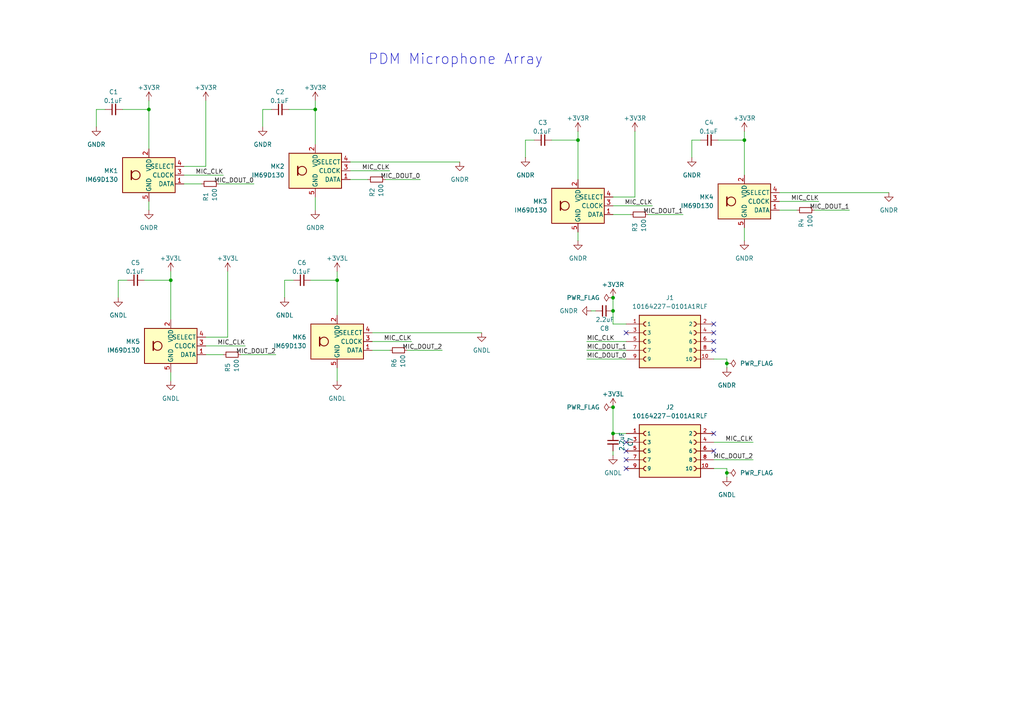
<source format=kicad_sch>
(kicad_sch (version 20250114) (generator "eeschema") (generator_version "9.0")
  (paper "A4")
  (lib_symbols
    (symbol "10164227-0101A1RLF:10164227-0101A1RLF" (pin_names (offset 1.016))
      (property "Reference" "J" (at -8.89 8.255 0))
      (property "Value" "10164227-0101A1RLF" (at -8.89 -10.16 0))
      (symbol "10164227-0101A1RLF_0_0"
        (rectangle (start -8.89 -7.62) (end 8.89 7.62) (stroke (width 0.254)) (fill (type background)))
        (arc (start -6.985 4.445) (mid -7.6172 5.08) (end -6.985 5.715) (stroke (width 0.254)))
        (arc (start -6.985 1.905) (mid -7.6172 2.54) (end -6.985 3.175) (stroke (width 0.254)))
        (arc (start -6.985 -0.635) (mid -7.6172 0) (end -6.985 0.635) (stroke (width 0.254)))
        (arc (start -6.985 -3.175) (mid -7.6172 -2.54) (end -6.985 -1.905) (stroke (width 0.254)))
        (arc (start -6.985 -5.715) (mid -7.6172 -5.08) (end -6.985 -4.445) (stroke (width 0.254)))
        (arc (start 6.985 5.715) (mid 7.617 5.08) (end 6.985 4.445) (stroke (width 0.254)))
        (arc (start 6.985 3.175) (mid 7.617 2.54) (end 6.985 1.905) (stroke (width 0.254)))
        (arc (start 6.985 0.635) (mid 7.617 0) (end 6.985 -0.635) (stroke (width 0.254)))
        (arc (start 6.985 -1.905) (mid 7.617 -2.54) (end 6.985 -3.175) (stroke (width 0.254)))
        (arc (start 6.985 -4.445) (mid 7.617 -5.08) (end 6.985 -5.715) (stroke (width 0.254)))
        (pin passive line (at -12.7 5.08 0) (length 5.08) (name "1") (number "1"))
        (pin passive line (at -12.7 2.54 0) (length 5.08) (name "3") (number "3"))
        (pin passive line (at -12.7 0 0) (length 5.08) (name "5") (number "5"))
        (pin passive line (at -12.7 -2.54 0) (length 5.08) (name "7") (number "7"))
        (pin passive line (at -12.7 -5.08 0) (length 5.08) (name "9") (number "9"))
        (pin passive line (at 12.7 5.08 180) (length 5.08) (name "2") (number "2"))
        (pin passive line (at 12.7 2.54 180) (length 5.08) (name "4") (number "4"))
        (pin passive line (at 12.7 0 180) (length 5.08) (name "6") (number "6"))
        (pin passive line (at 12.7 -2.54 180) (length 5.08) (name "8") (number "8"))
        (pin passive line (at 12.7 -5.08 180) (length 5.08) (name "10") (number "10"))
      )
    )
    (symbol "Device:C_Small" (pin_numbers (hide yes)) (pin_names (offset 0.254) (hide yes))
      (property "Reference" "C" (at 0.254 1.778 0))
      (property "Value" "C_Small" (at 0.254 -2.032 0))
      (symbol "C_Small_0_1"
        (polyline (pts (xy -1.524 0.508) (xy 1.524 0.508)) (stroke (width 0.3048)))
        (polyline (pts (xy -1.524 -0.508) (xy 1.524 -0.508)) (stroke (width 0.3302)))
      )
      (symbol "C_Small_1_1"
        (pin passive line (at 0 2.54 270) (length 2.032) (name "~") (number "1"))
        (pin passive line (at 0 -2.54 90) (length 2.032) (name "~") (number "2"))
      )
    )
    (symbol "Device:R_Small" (pin_numbers (hide yes)) (pin_names (offset 0.254) (hide yes))
      (property "Reference" "R" (at 0.762 0.508 0))
      (property "Value" "Device_R_Small" (at 0.762 -1.016 0))
      (symbol "R_Small_0_1"
        (rectangle (start -0.762 1.778) (end 0.762 -1.778) (stroke (width 0.2032)))
      )
      (symbol "R_Small_1_1"
        (pin passive line (at 0 2.54 270) (length 0.762) (name "~") (number "1"))
        (pin passive line (at 0 -2.54 90) (length 0.762) (name "~") (number "2"))
      )
    )
    (symbol "Sensor_Audio:IM69D130" (pin_names (offset 0.254))
      (property "Reference" "MK" (at -7.62 6.35 0))
      (property "Value" "IM69D130" (at 1.27 6.35 0))
      (symbol "IM69D130_0_1"
        (rectangle (start -7.62 5.08) (end 7.62 -5.08) (stroke (width 0.254)) (fill (type background)))
        (polyline (pts (xy -5.08 1.27) (xy -5.08 -1.27)) (stroke (width 0.381)))
        (circle (center -3.81 0) (radius 1.27) (stroke (width 0.254)))
      )
      (symbol "IM69D130_1_1"
        (pin power_in line (at 0 7.62 270) (length 2.54) (name "VDD") (number "2"))
        (pin power_in line (at 0 -7.62 90) (length 2.54) (name "GND") (number "5"))
        (pin input line (at 10.16 2.54 180) (length 2.54) (name "SELECT") (number "4"))
        (pin input line (at 10.16 0 180) (length 2.54) (name "CLOCK") (number "3"))
        (pin output line (at 10.16 -2.54 180) (length 2.54) (name "DATA") (number "1"))
      )
    )
    (symbol "power:+3V3" (power) (pin_numbers (hide yes)) (pin_names (offset 0) (hide yes))
      (property "Value" "+3V3" (at 0 3.556 0))
      (symbol "+3V3_0_1"
        (polyline (pts (xy -0.762 1.27) (xy 0 2.54)))
        (polyline (pts (xy 0 2.54) (xy 0.762 1.27)))
        (polyline (pts (xy 0 0) (xy 0 2.54)))
      )
      (symbol "+3V3_1_1"
        (pin power_in line (at 0 0 90) (length 0) (name "~") (number "1"))
      )
    )
    (symbol "power:GND" (power) (pin_numbers (hide yes)) (pin_names (offset 0) (hide yes))
      (property "Value" "GND" (at 0 -3.81 0))
      (symbol "GND_0_1"
        (polyline (pts (xy 0 0) (xy 0 -1.27) (xy 1.27 -1.27) (xy 0 -2.54) (xy -1.27 -1.27) (xy 0 -1.27)))
      )
      (symbol "GND_1_1"
        (pin power_in line (at 0 0 270) (length 0) (name "~") (number "1"))
      )
    )
    (symbol "power:PWR_FLAG" (power) (pin_numbers (hide yes)) (pin_names (offset 0) (hide yes))
      (property "Value" "PWR_FLAG" (at 0 3.81 0))
      (symbol "PWR_FLAG_0_0"
        (pin power_out line (at 0 0 90) (length 0) (name "~") (number "1"))
      )
      (symbol "PWR_FLAG_0_1"
        (polyline (pts (xy 0 0) (xy 0 1.27) (xy -1.016 1.905) (xy 0 2.54) (xy 1.016 1.905) (xy 0 1.27)))
      )
    )
  )
  (text "PDM Microphone Array" (at 106.68 19.05 0) (effects (font (size 2.9972 2.9972)) (justify left bottom)))
  (junction (at 177.8 90.17))
  (junction (at 210.82 137.16))
  (junction (at 49.53 81.28))
  (junction (at 97.79 81.28))
  (junction (at 177.8 86.36))
  (junction (at 215.9 40.64))
  (junction (at 167.64 40.64))
  (junction (at 210.82 105.41))
  (junction (at 177.8 118.11))
  (junction (at 177.8 125.73))
  (junction (at 43.18 31.75))
  (junction (at 91.44 31.75))
  (no_connect (at 207.01 125.73))
  (no_connect (at 207.01 130.81))
  (no_connect (at 207.01 99.06))
  (no_connect (at 181.61 135.89))
  (no_connect (at 181.61 128.27))
  (no_connect (at 181.61 96.52))
  (no_connect (at 207.01 96.52))
  (no_connect (at 181.61 133.35))
  (no_connect (at 207.01 101.6))
  (no_connect (at 207.01 93.98))
  (no_connect (at 181.61 130.81))
  (wire (pts (xy 236.22 60.96) (xy 246.38 60.96)))
  (wire (pts (xy 167.64 67.31) (xy 167.64 69.85)))
  (wire (pts (xy 53.34 48.26) (xy 59.69 48.26)))
  (wire (pts (xy 177.8 59.69) (xy 189.23 59.69)))
  (wire (pts (xy 43.18 31.75) (xy 43.18 29.21)))
  (wire (pts (xy 215.9 40.64) (xy 215.9 50.8)))
  (wire (pts (xy 27.94 31.75) (xy 30.48 31.75)))
  (wire (pts (xy 200.66 45.72) (xy 200.66 40.64)))
  (wire (pts (xy 63.5 53.34) (xy 73.66 53.34)))
  (wire (pts (xy 34.29 86.36) (xy 34.29 81.28)))
  (wire (pts (xy 82.55 86.36) (xy 82.55 81.28)))
  (wire (pts (xy 177.8 57.15) (xy 184.15 57.15)))
  (wire (pts (xy 101.6 49.53) (xy 113.03 49.53)))
  (wire (pts (xy 207.01 128.27) (xy 218.44 128.27)))
  (wire (pts (xy 170.18 101.6) (xy 181.61 101.6)))
  (wire (pts (xy 59.69 29.21) (xy 59.69 48.26)))
  (wire (pts (xy 43.18 58.42) (xy 43.18 60.96)))
  (wire (pts (xy 226.06 60.96) (xy 231.14 60.96)))
  (wire (pts (xy 43.18 31.75) (xy 43.18 43.18)))
  (wire (pts (xy 76.2 36.83) (xy 76.2 31.75)))
  (wire (pts (xy 59.69 102.87) (xy 64.77 102.87)))
  (wire (pts (xy 170.18 104.14) (xy 181.61 104.14)))
  (wire (pts (xy 171.45 90.17) (xy 172.72 90.17)))
  (wire (pts (xy 177.8 93.98) (xy 177.8 90.17)))
  (wire (pts (xy 66.04 78.74) (xy 66.04 97.79)))
  (wire (pts (xy 170.18 99.06) (xy 181.61 99.06)))
  (wire (pts (xy 97.79 81.28) (xy 97.79 78.74)))
  (wire (pts (xy 207.01 133.35) (xy 218.44 133.35)))
  (wire (pts (xy 208.28 40.64) (xy 215.9 40.64)))
  (wire (pts (xy 111.76 52.07) (xy 121.92 52.07)))
  (wire (pts (xy 53.34 53.34) (xy 58.42 53.34)))
  (wire (pts (xy 53.34 50.8) (xy 64.77 50.8)))
  (wire (pts (xy 83.82 31.75) (xy 91.44 31.75)))
  (wire (pts (xy 107.95 101.6) (xy 113.03 101.6)))
  (wire (pts (xy 167.64 40.64) (xy 167.64 38.1)))
  (wire (pts (xy 215.9 66.04) (xy 215.9 69.85)))
  (wire (pts (xy 91.44 31.75) (xy 91.44 41.91)))
  (wire (pts (xy 167.64 40.64) (xy 167.64 52.07)))
  (wire (pts (xy 187.96 62.23) (xy 198.12 62.23)))
  (wire (pts (xy 181.61 125.73) (xy 177.8 125.73)))
  (wire (pts (xy 101.6 52.07) (xy 106.68 52.07)))
  (wire (pts (xy 97.79 81.28) (xy 97.79 91.44)))
  (wire (pts (xy 91.44 57.15) (xy 91.44 60.96)))
  (wire (pts (xy 177.8 132.08) (xy 177.8 130.81)))
  (wire (pts (xy 226.06 55.88) (xy 257.81 55.88)))
  (wire (pts (xy 210.82 105.41) (xy 210.82 106.68)))
  (wire (pts (xy 181.61 93.98) (xy 177.8 93.98)))
  (wire (pts (xy 59.69 100.33) (xy 71.12 100.33)))
  (wire (pts (xy 200.66 40.64) (xy 203.2 40.64)))
  (wire (pts (xy 49.53 81.28) (xy 49.53 78.74)))
  (wire (pts (xy 49.53 107.95) (xy 49.53 110.49)))
  (wire (pts (xy 34.29 81.28) (xy 36.83 81.28)))
  (wire (pts (xy 177.8 62.23) (xy 182.88 62.23)))
  (wire (pts (xy 177.8 125.73) (xy 177.8 118.11)))
  (wire (pts (xy 207.01 135.89) (xy 210.82 135.89)))
  (wire (pts (xy 41.91 81.28) (xy 49.53 81.28)))
  (wire (pts (xy 160.02 40.64) (xy 167.64 40.64)))
  (wire (pts (xy 118.11 101.6) (xy 128.27 101.6)))
  (wire (pts (xy 101.6 46.99) (xy 133.35 46.99)))
  (wire (pts (xy 90.17 81.28) (xy 97.79 81.28)))
  (wire (pts (xy 152.4 45.72) (xy 152.4 40.64)))
  (wire (pts (xy 49.53 81.28) (xy 49.53 92.71)))
  (wire (pts (xy 210.82 137.16) (xy 210.82 138.43)))
  (wire (pts (xy 97.79 106.68) (xy 97.79 110.49)))
  (wire (pts (xy 107.95 99.06) (xy 119.38 99.06)))
  (wire (pts (xy 69.85 102.87) (xy 80.01 102.87)))
  (wire (pts (xy 27.94 36.83) (xy 27.94 31.75)))
  (wire (pts (xy 91.44 31.75) (xy 91.44 29.21)))
  (wire (pts (xy 177.8 90.17) (xy 177.8 86.36)))
  (wire (pts (xy 35.56 31.75) (xy 43.18 31.75)))
  (wire (pts (xy 226.06 58.42) (xy 237.49 58.42)))
  (wire (pts (xy 59.69 97.79) (xy 66.04 97.79)))
  (wire (pts (xy 207.01 104.14) (xy 210.82 104.14)))
  (wire (pts (xy 152.4 40.64) (xy 154.94 40.64)))
  (wire (pts (xy 210.82 135.89) (xy 210.82 137.16)))
  (wire (pts (xy 76.2 31.75) (xy 78.74 31.75)))
  (wire (pts (xy 82.55 81.28) (xy 85.09 81.28)))
  (wire (pts (xy 210.82 104.14) (xy 210.82 105.41)))
  (wire (pts (xy 184.15 38.1) (xy 184.15 57.15)))
  (wire (pts (xy 215.9 40.64) (xy 215.9 38.1)))
  (wire (pts (xy 107.95 96.52) (xy 139.7 96.52)))
  (label "MIC_CLK" (at 71.12 100.33 180))
  (label "MIC_DOUT_2" (at 80.01 102.87 180))
  (label "MIC_DOUT_0" (at 73.66 53.34 180))
  (label "MIC_DOUT_1" (at 198.12 62.23 180))
  (label "MIC_DOUT_2" (at 218.44 133.35 180))
  (label "MIC_CLK" (at 189.23 59.69 180))
  (label "MIC_CLK" (at 119.38 99.06 180))
  (label "MIC_DOUT_0" (at 121.92 52.07 180))
  (label "MIC_DOUT_0" (at 170.18 104.14 0))
  (label "MIC_DOUT_1" (at 246.38 60.96 180))
  (label "MIC_DOUT_2" (at 128.27 101.6 180))
  (label "MIC_CLK" (at 64.77 50.8 180))
  (label "MIC_CLK" (at 218.44 128.27 180))
  (label "MIC_CLK" (at 170.18 99.06 0))
  (label "MIC_DOUT_1" (at 170.18 101.6 0))
  (label "MIC_CLK" (at 113.03 49.53 180))
  (label "MIC_CLK" (at 237.49 58.42 180))
  (symbol (lib_id "Device:C_Small") (at 205.74 40.64 90) (unit 1)
    (property "Reference" "C4" (at 207.01 35.56 90) (effects (justify left)))
    (property "Value" "0.1uF" (at 208.28 38.1 90) (effects (justify left)))
    (property "Footprint" "Capacitor_SMD:C_0402_1005Metric" (effects (hide yes)))
  )
  (symbol (lib_id "power:+3V3") (at 49.53 78.74 0) (unit 1)
    (property "Reference" "#PWR020" (effects (hide yes)))
    (property "Value" "+3V3L" (at 49.53 74.93 0))
  )
  (symbol (lib_id "power:GND") (at 167.64 69.85 0) (unit 1)
    (property "Reference" "#PWR011" (effects (hide yes)))
    (property "Value" "GNDR" (at 167.64 74.93 0))
    (property "Description" "Power symbol creates a global label with name \"GND\" , ground" (effects (hide yes)))
  )
  (symbol (lib_id "power:GND") (at 97.79 110.49 0) (unit 1)
    (property "Reference" "#PWR025" (effects (hide yes)))
    (property "Value" "GNDL" (at 97.79 115.57 0))
    (property "Description" "Power symbol creates a global label with name \"GND\" , ground" (effects (hide yes)))
  )
  (symbol (lib_id "power:GND") (at 200.66 45.72 0) (unit 1)
    (property "Reference" "#PWR013" (effects (hide yes)))
    (property "Value" "GNDR" (at 200.66 50.8 0))
    (property "Description" "Power symbol creates a global label with name \"GND\" , ground" (effects (hide yes)))
  )
  (symbol (lib_id "10164227-0101A1RLF:10164227-0101A1RLF") (at 194.31 130.81 0) (unit 1)
    (property "Reference" "J2" (at 194.31 118.11 0))
    (property "Value" "10164227-0101A1RLF" (at 194.31 120.65 0))
    (property "Footprint" "connector:AMPHENOL_10164227-0101A1RLF" (effects (hide yes)))
    (property "PARTREV" "C" (effects (hide yes)))
    (property "STANDARD" "Manufacturer Recommendations" (effects (hide yes)))
    (property "MAXIMUM_PACKAGE_HEIGHT" "1.65 mm" (effects (hide yes)))
    (property "MANUFACTURER" "Amphenol" (effects (hide yes)))
  )
  (symbol (lib_id "power:+3V3") (at 167.64 38.1 0) (unit 1)
    (property "Reference" "#PWR010" (effects (hide yes)))
    (property "Value" "+3V3R" (at 167.64 34.29 0))
  )
  (symbol (lib_id "power:GND") (at 210.82 106.68 0) (unit 1)
    (property "Reference" "#PWR018" (effects (hide yes)))
    (property "Value" "GNDR" (at 210.82 111.76 0))
    (property "Description" "Power symbol creates a global label with name \"GND\" , ground" (effects (hide yes)))
  )
  (symbol (lib_id "power:+3V3") (at 184.15 38.1 0) (unit 1)
    (property "Reference" "#PWR012" (effects (hide yes)))
    (property "Value" "+3V3R" (at 184.15 34.29 0))
  )
  (symbol (lib_id "power:PWR_FLAG") (at 210.82 105.41 270) (unit 1)
    (property "Reference" "#FLG02" (effects (hide yes)))
    (property "Value" "PWR_FLAG" (at 214.63 105.4099 90) (effects (justify left)))
    (property "Description" "Special symbol for telling ERC where power comes from" (effects (hide yes)))
  )
  (symbol (lib_id "power:GND") (at 49.53 110.49 0) (unit 1)
    (property "Reference" "#PWR021" (effects (hide yes)))
    (property "Value" "GNDL" (at 49.53 115.57 0))
    (property "Description" "Power symbol creates a global label with name \"GND\" , ground" (effects (hide yes)))
  )
  (symbol (lib_id "Device:R_Small") (at 185.42 62.23 90) (unit 1)
    (property "Reference" "R3" (at 184.15 67.31 0) (effects (justify left)))
    (property "Value" "100" (at 186.69 67.31 0) (effects (justify left)))
    (property "Footprint" "Resistor_SMD:R_0402_1005Metric" (effects (hide yes)))
  )
  (symbol (lib_id "power:+3V3") (at 91.44 29.21 0) (unit 1)
    (property "Reference" "#PWR06" (effects (hide yes)))
    (property "Value" "+3V3R" (at 91.44 25.4 0))
  )
  (symbol (lib_id "Sensor_Audio:IM69D130") (at 167.64 59.69 0) (unit 1)
    (property "Reference" "MK3" (at 158.75 58.4199 0) (effects (justify right)))
    (property "Value" "IM69D130" (at 158.75 60.9599 0) (effects (justify right)))
    (property "Footprint" "Sensor_Audio:Infineon_PG-LLGA-5-1" (effects (hide yes)))
    (property "Datasheet" "https://www.infineon.com/dgdl/Infineon-IM69D130-DS-v01_00-EN.pdf?fileId=5546d462602a9dc801607a0e46511a2e" (effects (hide yes)))
    (property "Description" "High performance digital XENSIV MEMS microphone, -36 dBFS Sensitivity, LLGA-5" (effects (hide yes)))
  )
  (symbol (lib_id "Device:C_Small") (at 177.8 128.27 0) (unit 1)
    (property "Reference" "C7" (at 182.88 129.54 90) (effects (justify left)))
    (property "Value" "2.2uF" (at 180.34 130.81 90) (effects (justify left)))
    (property "Footprint" "Capacitor_SMD:C_0402_1005Metric" (effects (hide yes)))
  )
  (symbol (lib_id "power:PWR_FLAG") (at 210.82 137.16 270) (unit 1)
    (property "Reference" "#FLG04" (effects (hide yes)))
    (property "Value" "PWR_FLAG" (at 214.63 137.1599 90) (effects (justify left)))
    (property "Description" "Special symbol for telling ERC where power comes from" (effects (hide yes)))
  )
  (symbol (lib_id "Device:R_Small") (at 60.96 53.34 90) (unit 1)
    (property "Reference" "R1" (at 59.69 58.42 0) (effects (justify left)))
    (property "Value" "100" (at 62.23 58.42 0) (effects (justify left)))
    (property "Footprint" "Resistor_SMD:R_0402_1005Metric" (effects (hide yes)))
  )
  (symbol (lib_id "power:GND") (at 177.8 132.08 0) (unit 1)
    (property "Reference" "#PWR029" (effects (hide yes)))
    (property "Value" "GNDL" (at 177.8 137.16 0))
    (property "Description" "Power symbol creates a global label with name \"GND\" , ground" (effects (hide yes)))
  )
  (symbol (lib_id "power:+3V3") (at 97.79 78.74 0) (unit 1)
    (property "Reference" "#PWR024" (effects (hide yes)))
    (property "Value" "+3V3L" (at 97.79 74.93 0))
  )
  (symbol (lib_id "power:GND") (at 171.45 90.17 270) (unit 1)
    (property "Reference" "#PWR030" (effects (hide yes)))
    (property "Value" "GNDR" (at 167.64 90.1699 90) (effects (justify right)))
    (property "Description" "Power symbol creates a global label with name \"GND\" , ground" (effects (hide yes)))
  )
  (symbol (lib_id "power:PWR_FLAG") (at 177.8 118.11 90) (unit 1)
    (property "Reference" "#FLG03" (effects (hide yes)))
    (property "Value" "PWR_FLAG" (at 173.99 118.1099 90) (effects (justify left)))
    (property "Description" "Special symbol for telling ERC where power comes from" (effects (hide yes)))
  )
  (symbol (lib_id "power:+3V3") (at 66.04 78.74 0) (unit 1)
    (property "Reference" "#PWR022" (effects (hide yes)))
    (property "Value" "+3V3L" (at 66.04 74.93 0))
  )
  (symbol (lib_id "Device:R_Small") (at 67.31 102.87 90) (unit 1)
    (property "Reference" "R5" (at 66.04 107.95 0) (effects (justify left)))
    (property "Value" "100" (at 68.58 107.95 0) (effects (justify left)))
    (property "Footprint" "Resistor_SMD:R_0402_1005Metric" (effects (hide yes)))
  )
  (symbol (lib_id "power:PWR_FLAG") (at 177.8 86.36 90) (unit 1)
    (property "Reference" "#FLG01" (effects (hide yes)))
    (property "Value" "PWR_FLAG" (at 173.99 86.3599 90) (effects (justify left)))
    (property "Description" "Special symbol for telling ERC where power comes from" (effects (hide yes)))
  )
  (symbol (lib_id "Device:C_Small") (at 175.26 90.17 270) (unit 1)
    (property "Reference" "C8" (at 173.99 95.25 90) (effects (justify left)))
    (property "Value" "2.2uF" (at 172.72 92.71 90) (effects (justify left)))
    (property "Footprint" "Capacitor_SMD:C_0402_1005Metric" (effects (hide yes)))
  )
  (symbol (lib_id "power:GND") (at 34.29 86.36 0) (unit 1)
    (property "Reference" "#PWR019" (effects (hide yes)))
    (property "Value" "GNDL" (at 34.29 91.44 0))
    (property "Description" "Power symbol creates a global label with name \"GND\" , ground" (effects (hide yes)))
  )
  (symbol (lib_id "power:+3V3") (at 177.8 86.36 0) (unit 1)
    (property "Reference" "#PWR017" (effects (hide yes)))
    (property "Value" "+3V3R" (at 177.8 82.55 0))
  )
  (symbol (lib_id "Sensor_Audio:IM69D130") (at 49.53 100.33 0) (unit 1)
    (property "Reference" "MK5" (at 40.64 99.0599 0) (effects (justify right)))
    (property "Value" "IM69D130" (at 40.64 101.5999 0) (effects (justify right)))
    (property "Footprint" "Sensor_Audio:Infineon_PG-LLGA-5-1" (effects (hide yes)))
    (property "Datasheet" "https://www.infineon.com/dgdl/Infineon-IM69D130-DS-v01_00-EN.pdf?fileId=5546d462602a9dc801607a0e46511a2e" (effects (hide yes)))
    (property "Description" "High performance digital XENSIV MEMS microphone, -36 dBFS Sensitivity, LLGA-5" (effects (hide yes)))
  )
  (symbol (lib_id "power:GND") (at 210.82 138.43 0) (unit 1)
    (property "Reference" "#PWR028" (effects (hide yes)))
    (property "Value" "GNDL" (at 210.82 143.51 0))
    (property "Description" "Power symbol creates a global label with name \"GND\" , ground" (effects (hide yes)))
  )
  (symbol (lib_id "Device:R_Small") (at 233.68 60.96 90) (unit 1)
    (property "Reference" "R4" (at 232.41 66.04 0) (effects (justify left)))
    (property "Value" "100" (at 234.95 66.04 0) (effects (justify left)))
    (property "Footprint" "Resistor_SMD:R_0402_1005Metric" (effects (hide yes)))
  )
  (symbol (lib_id "Sensor_Audio:IM69D130") (at 91.44 49.53 0) (unit 1)
    (property "Reference" "MK2" (at 82.55 48.2599 0) (effects (justify right)))
    (property "Value" "IM69D130" (at 82.55 50.7999 0) (effects (justify right)))
    (property "Footprint" "Sensor_Audio:Infineon_PG-LLGA-5-1" (effects (hide yes)))
    (property "Datasheet" "https://www.infineon.com/dgdl/Infineon-IM69D130-DS-v01_00-EN.pdf?fileId=5546d462602a9dc801607a0e46511a2e" (effects (hide yes)))
    (property "Description" "High performance digital XENSIV MEMS microphone, -36 dBFS Sensitivity, LLGA-5" (effects (hide yes)))
  )
  (symbol (lib_id "Device:R_Small") (at 109.22 52.07 90) (unit 1)
    (property "Reference" "R2" (at 107.95 57.15 0) (effects (justify left)))
    (property "Value" "100" (at 110.49 57.15 0) (effects (justify left)))
    (property "Footprint" "Resistor_SMD:R_0402_1005Metric" (effects (hide yes)))
  )
  (symbol (lib_id "Device:C_Small") (at 33.02 31.75 90) (unit 1)
    (property "Reference" "C1" (at 34.29 26.67 90) (effects (justify left)))
    (property "Value" "0.1uF" (at 35.56 29.21 90) (effects (justify left)))
    (property "Footprint" "Capacitor_SMD:C_0402_1005Metric" (effects (hide yes)))
  )
  (symbol (lib_id "power:GND") (at 139.7 96.52 0) (unit 1)
    (property "Reference" "#PWR026" (effects (hide yes)))
    (property "Value" "GNDL" (at 139.7 101.6 0))
    (property "Description" "Power symbol creates a global label with name \"GND\" , ground" (effects (hide yes)))
  )
  (symbol (lib_id "power:GND") (at 91.44 60.96 0) (unit 1)
    (property "Reference" "#PWR07" (effects (hide yes)))
    (property "Value" "GNDR" (at 91.44 66.04 0))
    (property "Description" "Power symbol creates a global label with name \"GND\" , ground" (effects (hide yes)))
  )
  (symbol (lib_id "Sensor_Audio:IM69D130") (at 97.79 99.06 0) (unit 1)
    (property "Reference" "MK6" (at 88.9 97.7899 0) (effects (justify right)))
    (property "Value" "IM69D130" (at 88.9 100.3299 0) (effects (justify right)))
    (property "Footprint" "Sensor_Audio:Infineon_PG-LLGA-5-1" (effects (hide yes)))
    (property "Datasheet" "https://www.infineon.com/dgdl/Infineon-IM69D130-DS-v01_00-EN.pdf?fileId=5546d462602a9dc801607a0e46511a2e" (effects (hide yes)))
    (property "Description" "High performance digital XENSIV MEMS microphone, -36 dBFS Sensitivity, LLGA-5" (effects (hide yes)))
  )
  (symbol (lib_id "Sensor_Audio:IM69D130") (at 43.18 50.8 0) (unit 1)
    (property "Reference" "MK1" (at 34.29 49.5299 0) (effects (justify right)))
    (property "Value" "IM69D130" (at 34.29 52.0699 0) (effects (justify right)))
    (property "Footprint" "Sensor_Audio:Infineon_PG-LLGA-5-1" (effects (hide yes)))
    (property "Datasheet" "https://www.infineon.com/dgdl/Infineon-IM69D130-DS-v01_00-EN.pdf?fileId=5546d462602a9dc801607a0e46511a2e" (effects (hide yes)))
    (property "Description" "High performance digital XENSIV MEMS microphone, -36 dBFS Sensitivity, LLGA-5" (effects (hide yes)))
  )
  (symbol (lib_id "power:GND") (at 27.94 36.83 0) (unit 1)
    (property "Reference" "#PWR01" (effects (hide yes)))
    (property "Value" "GNDR" (at 27.94 41.91 0))
    (property "Description" "Power symbol creates a global label with name \"GND\" , ground" (effects (hide yes)))
  )
  (symbol (lib_id "power:GND") (at 43.18 60.96 0) (unit 1)
    (property "Reference" "#PWR03" (effects (hide yes)))
    (property "Value" "GNDR" (at 43.18 66.04 0))
    (property "Description" "Power symbol creates a global label with name \"GND\" , ground" (effects (hide yes)))
  )
  (symbol (lib_id "Device:C_Small") (at 157.48 40.64 90) (unit 1)
    (property "Reference" "C3" (at 158.75 35.56 90) (effects (justify left)))
    (property "Value" "0.1uF" (at 160.02 38.1 90) (effects (justify left)))
    (property "Footprint" "Capacitor_SMD:C_0402_1005Metric" (effects (hide yes)))
  )
  (symbol (lib_id "power:GND") (at 133.35 46.99 0) (unit 1)
    (property "Reference" "#PWR08" (effects (hide yes)))
    (property "Value" "GNDR" (at 133.35 52.07 0))
    (property "Description" "Power symbol creates a global label with name \"GND\" , ground" (effects (hide yes)))
  )
  (symbol (lib_id "Sensor_Audio:IM69D130") (at 215.9 58.42 0) (unit 1)
    (property "Reference" "MK4" (at 207.01 57.1499 0) (effects (justify right)))
    (property "Value" "IM69D130" (at 207.01 59.6899 0) (effects (justify right)))
    (property "Footprint" "Sensor_Audio:Infineon_PG-LLGA-5-1" (effects (hide yes)))
    (property "Datasheet" "https://www.infineon.com/dgdl/Infineon-IM69D130-DS-v01_00-EN.pdf?fileId=5546d462602a9dc801607a0e46511a2e" (effects (hide yes)))
    (property "Description" "High performance digital XENSIV MEMS microphone, -36 dBFS Sensitivity, LLGA-5" (effects (hide yes)))
  )
  (symbol (lib_id "power:+3V3") (at 215.9 38.1 0) (unit 1)
    (property "Reference" "#PWR014" (effects (hide yes)))
    (property "Value" "+3V3R" (at 215.9 34.29 0))
  )
  (symbol (lib_id "power:GND") (at 257.81 55.88 0) (unit 1)
    (property "Reference" "#PWR016" (effects (hide yes)))
    (property "Value" "GNDR" (at 257.81 60.96 0))
    (property "Description" "Power symbol creates a global label with name \"GND\" , ground" (effects (hide yes)))
  )
  (symbol (lib_id "Device:R_Small") (at 115.57 101.6 90) (unit 1)
    (property "Reference" "R6" (at 114.3 106.68 0) (effects (justify left)))
    (property "Value" "100" (at 116.84 106.68 0) (effects (justify left)))
    (property "Footprint" "Resistor_SMD:R_0402_1005Metric" (effects (hide yes)))
  )
  (symbol (lib_id "Device:C_Small") (at 87.63 81.28 90) (unit 1)
    (property "Reference" "C6" (at 88.9 76.2 90) (effects (justify left)))
    (property "Value" "0.1uF" (at 90.17 78.74 90) (effects (justify left)))
    (property "Footprint" "Capacitor_SMD:C_0402_1005Metric" (effects (hide yes)))
  )
  (symbol (lib_id "power:GND") (at 215.9 69.85 0) (unit 1)
    (property "Reference" "#PWR015" (effects (hide yes)))
    (property "Value" "GNDR" (at 215.9 74.93 0))
    (property "Description" "Power symbol creates a global label with name \"GND\" , ground" (effects (hide yes)))
  )
  (symbol (lib_id "power:GND") (at 82.55 86.36 0) (unit 1)
    (property "Reference" "#PWR023" (effects (hide yes)))
    (property "Value" "GNDL" (at 82.55 91.44 0))
    (property "Description" "Power symbol creates a global label with name \"GND\" , ground" (effects (hide yes)))
  )
  (symbol (lib_id "power:+3V3") (at 43.18 29.21 0) (unit 1)
    (property "Reference" "#PWR02" (effects (hide yes)))
    (property "Value" "+3V3R" (at 43.18 25.4 0))
  )
  (symbol (lib_id "power:+3V3") (at 59.69 29.21 0) (unit 1)
    (property "Reference" "#PWR04" (effects (hide yes)))
    (property "Value" "+3V3R" (at 59.69 25.4 0))
  )
  (symbol (lib_id "Device:C_Small") (at 39.37 81.28 90) (unit 1)
    (property "Reference" "C5" (at 40.64 76.2 90) (effects (justify left)))
    (property "Value" "0.1uF" (at 41.91 78.74 90) (effects (justify left)))
    (property "Footprint" "Capacitor_SMD:C_0402_1005Metric" (effects (hide yes)))
  )
  (symbol (lib_id "power:GND") (at 152.4 45.72 0) (unit 1)
    (property "Reference" "#PWR09" (effects (hide yes)))
    (property "Value" "GNDR" (at 152.4 50.8 0))
    (property "Description" "Power symbol creates a global label with name \"GND\" , ground" (effects (hide yes)))
  )
  (symbol (lib_id "Device:C_Small") (at 81.28 31.75 90) (unit 1)
    (property "Reference" "C2" (at 82.55 26.67 90) (effects (justify left)))
    (property "Value" "0.1uF" (at 83.82 29.21 90) (effects (justify left)))
    (property "Footprint" "Capacitor_SMD:C_0402_1005Metric" (effects (hide yes)))
  )
  (symbol (lib_id "10164227-0101A1RLF:10164227-0101A1RLF") (at 194.31 99.06 0) (unit 1)
    (property "Reference" "J1" (at 194.31 86.36 0))
    (property "Value" "10164227-0101A1RLF" (at 194.31 88.9 0))
    (property "Footprint" "connector:AMPHENOL_10164227-0101A1RLF" (effects (hide yes)))
    (property "PARTREV" "C" (effects (hide yes)))
    (property "STANDARD" "Manufacturer Recommendations" (effects (hide yes)))
    (property "MAXIMUM_PACKAGE_HEIGHT" "1.65 mm" (effects (hide yes)))
    (property "MANUFACTURER" "Amphenol" (effects (hide yes)))
  )
  (symbol (lib_id "power:GND") (at 76.2 36.83 0) (unit 1)
    (property "Reference" "#PWR05" (effects (hide yes)))
    (property "Value" "GNDR" (at 76.2 41.91 0))
    (property "Description" "Power symbol creates a global label with name \"GND\" , ground" (effects (hide yes)))
  )
  (symbol (lib_id "power:+3V3") (at 177.8 118.11 0) (unit 1)
    (property "Reference" "#PWR027" (effects (hide yes)))
    (property "Value" "+3V3L" (at 177.8 114.3 0))
  )
)
</source>
